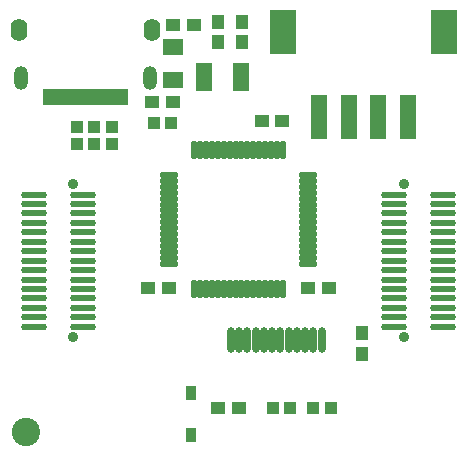
<source format=gbs>
G04*
G04 #@! TF.GenerationSoftware,Altium Limited,Altium Designer,21.2.1 (34)*
G04*
G04 Layer_Color=16711935*
%FSLAX25Y25*%
%MOIN*%
G70*
G04*
G04 #@! TF.SameCoordinates,1518C732-DF2A-4DFD-9B87-9E54171A1C2B*
G04*
G04*
G04 #@! TF.FilePolarity,Negative*
G04*
G01*
G75*
%ADD26R,0.04600X0.04300*%
%ADD27R,0.04147X0.03950*%
%ADD28R,0.04300X0.04600*%
%ADD29R,0.03950X0.04147*%
%ADD35C,0.03556*%
%ADD36C,0.09461*%
%ADD37O,0.05524X0.07493*%
%ADD38O,0.04737X0.07887*%
%ADD58O,0.02375X0.08674*%
%ADD59R,0.05524X0.09461*%
%ADD60O,0.01981X0.06312*%
%ADD61O,0.06312X0.01981*%
%ADD62O,0.08674X0.02178*%
%ADD63R,0.03753X0.04737*%
%ADD64R,0.06706X0.05524*%
%ADD65R,0.01981X0.05400*%
%ADD66R,0.08674X0.14580*%
%ADD67R,0.05524X0.14580*%
D26*
X48524Y55874D02*
D03*
X55424D02*
D03*
X56874Y117706D02*
D03*
X49974D02*
D03*
X56974Y143606D02*
D03*
X63874D02*
D03*
X93374Y111374D02*
D03*
X86474D02*
D03*
X108774Y55874D02*
D03*
X101874D02*
D03*
X78921Y16001D02*
D03*
X72021D02*
D03*
D27*
X36705Y103890D02*
D03*
Y109638D02*
D03*
X24800Y103890D02*
D03*
Y109638D02*
D03*
X30705Y103890D02*
D03*
Y109638D02*
D03*
D28*
X79874Y144606D02*
D03*
Y137706D02*
D03*
X71874Y144606D02*
D03*
Y137706D02*
D03*
X119874Y40774D02*
D03*
Y33874D02*
D03*
D29*
X56248Y110846D02*
D03*
X50500D02*
D03*
X103724Y15846D02*
D03*
X109473D02*
D03*
X90250Y16001D02*
D03*
X95998D02*
D03*
D35*
X133858Y90551D02*
D03*
Y39370D02*
D03*
X23622Y90551D02*
D03*
Y39370D02*
D03*
D36*
X7874Y7874D02*
D03*
D37*
X49800Y141750D02*
D03*
X5706D02*
D03*
D38*
X49300Y126002D02*
D03*
X6206D02*
D03*
D58*
X103724Y38638D02*
D03*
X100969D02*
D03*
X92701D02*
D03*
X95457D02*
D03*
X84433D02*
D03*
X87189D02*
D03*
X76165D02*
D03*
X78921D02*
D03*
X106480D02*
D03*
X98213D02*
D03*
X81677D02*
D03*
X89945D02*
D03*
D59*
X79574Y126106D02*
D03*
X67182D02*
D03*
D60*
X63976Y101969D02*
D03*
X65945D02*
D03*
X67913D02*
D03*
X69882D02*
D03*
X71850D02*
D03*
X73819D02*
D03*
X75787D02*
D03*
X77756D02*
D03*
X79724D02*
D03*
X81693D02*
D03*
X83661D02*
D03*
X85630D02*
D03*
X87598D02*
D03*
X89567D02*
D03*
X91535D02*
D03*
X93504D02*
D03*
Y55512D02*
D03*
X91535D02*
D03*
X89567D02*
D03*
X87598D02*
D03*
X85630D02*
D03*
X83661D02*
D03*
X81693D02*
D03*
X79724D02*
D03*
X77756D02*
D03*
X75787D02*
D03*
X73819D02*
D03*
X71850D02*
D03*
X69882D02*
D03*
X67913D02*
D03*
X65945D02*
D03*
X63976D02*
D03*
D61*
X101969Y93504D02*
D03*
Y91535D02*
D03*
Y89567D02*
D03*
Y87598D02*
D03*
Y85630D02*
D03*
Y83661D02*
D03*
Y81693D02*
D03*
Y79724D02*
D03*
Y77756D02*
D03*
Y75787D02*
D03*
Y73819D02*
D03*
Y71850D02*
D03*
Y69882D02*
D03*
Y67913D02*
D03*
Y65945D02*
D03*
Y63976D02*
D03*
X55512D02*
D03*
Y65945D02*
D03*
Y67913D02*
D03*
Y69882D02*
D03*
Y71850D02*
D03*
Y73819D02*
D03*
Y75787D02*
D03*
Y77756D02*
D03*
Y79724D02*
D03*
Y81693D02*
D03*
Y83661D02*
D03*
Y85630D02*
D03*
Y87598D02*
D03*
Y89567D02*
D03*
Y91535D02*
D03*
Y93504D02*
D03*
D62*
X130512Y42913D02*
D03*
Y46063D02*
D03*
Y49213D02*
D03*
Y52362D02*
D03*
Y55512D02*
D03*
Y58661D02*
D03*
Y61811D02*
D03*
Y64961D02*
D03*
Y68110D02*
D03*
Y71260D02*
D03*
Y74410D02*
D03*
Y77559D02*
D03*
Y80709D02*
D03*
Y83858D02*
D03*
Y87008D02*
D03*
X147047Y42913D02*
D03*
Y46063D02*
D03*
Y49213D02*
D03*
Y52362D02*
D03*
Y55512D02*
D03*
Y58661D02*
D03*
Y61811D02*
D03*
Y64961D02*
D03*
Y68110D02*
D03*
Y71260D02*
D03*
Y74410D02*
D03*
Y77559D02*
D03*
Y80709D02*
D03*
Y83858D02*
D03*
Y87008D02*
D03*
X10433Y42913D02*
D03*
Y46063D02*
D03*
Y49213D02*
D03*
Y52362D02*
D03*
Y55512D02*
D03*
Y58661D02*
D03*
Y61811D02*
D03*
Y64961D02*
D03*
Y68110D02*
D03*
Y71260D02*
D03*
Y74410D02*
D03*
Y77559D02*
D03*
Y80709D02*
D03*
Y83858D02*
D03*
Y87008D02*
D03*
X26969Y42913D02*
D03*
Y46063D02*
D03*
Y49213D02*
D03*
Y52362D02*
D03*
Y55512D02*
D03*
Y58661D02*
D03*
Y61811D02*
D03*
Y64961D02*
D03*
Y68110D02*
D03*
Y71260D02*
D03*
Y74410D02*
D03*
Y77559D02*
D03*
Y80709D02*
D03*
Y83858D02*
D03*
Y87008D02*
D03*
D63*
X62992Y20866D02*
D03*
Y6693D02*
D03*
D64*
X56874Y125094D02*
D03*
Y136118D02*
D03*
D65*
X40942Y119606D02*
D03*
X39761D02*
D03*
X37792D02*
D03*
X36611D02*
D03*
X34642D02*
D03*
X32674D02*
D03*
X30705D02*
D03*
X28737D02*
D03*
X26769D02*
D03*
X24800D02*
D03*
X22832D02*
D03*
X20863D02*
D03*
X18895D02*
D03*
X17714D02*
D03*
X15745D02*
D03*
X14564D02*
D03*
D66*
X93496Y141071D02*
D03*
X147252D02*
D03*
D67*
X105610Y112996D02*
D03*
X115453D02*
D03*
X125295D02*
D03*
X135138D02*
D03*
M02*

</source>
